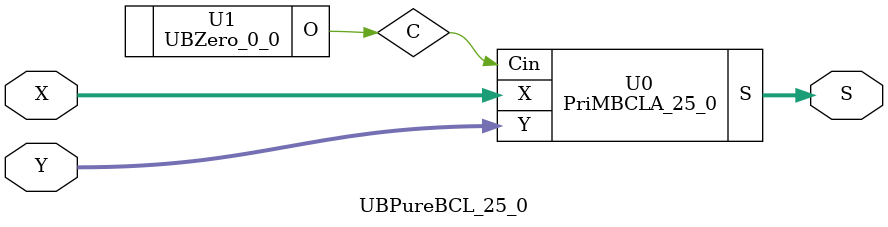
<source format=v>
/*----------------------------------------------------------------------------
  Copyright (c) 2021 Homma laboratory. All rights reserved.

  Top module: UBBCL_25_0_25_0

  Operand-1 length: 26
  Operand-2 length: 26
  Two-operand addition algorithm: Block carry look-ahead adder
----------------------------------------------------------------------------*/

module GPGenerator(Go, Po, A, B);
  output Go;
  output Po;
  input A;
  input B;
  assign Go = A & B;
  assign Po = A ^ B;
endmodule

module BCLAU_4(Go, Po, G, P, Cin);
  output Go;
  output Po;
  input Cin;
  input [3:0] G;
  input [3:0] P;
  assign Po = P[0] & P[1] & P[2] & P[3];
  assign Go = G[3] | ( P[3] & G[2] ) | ( P[3] & P[2] & G[1] ) | ( P[3] & P[2] & P[1] & G[0] );
endmodule

module BCLAlU_4(Go, Po, S, X, Y, Cin);
  output Go;
  output Po;
  output [3:0] S;
  input Cin;
  input [3:0] X;
  input [3:0] Y;
  wire [3:1] C;
  wire [3:0] G;
  wire [3:0] P;
  assign C[1] = G[0] | ( P[0] & Cin );
  assign C[2] = G[1] | ( P[1] & C[1] );
  assign C[3] = G[2] | ( P[2] & C[2] );
  assign S[0] = P[0] ^ Cin;
  assign S[1] = P[1] ^ C[1];
  assign S[2] = P[2] ^ C[2];
  assign S[3] = P[3] ^ C[3];
  GPGenerator U0 (G[0], P[0], X[0], Y[0]);
  GPGenerator U1 (G[1], P[1], X[1], Y[1]);
  GPGenerator U2 (G[2], P[2], X[2], Y[2]);
  GPGenerator U3 (G[3], P[3], X[3], Y[3]);
  BCLAU_4 U4 (Go, Po, G, P, Cin);
endmodule

module BCLAU_2(Go, Po, G, P, Cin);
  output Go;
  output Po;
  input Cin;
  input [1:0] G;
  input [1:0] P;
  assign Po = P[0] & P[1];
  assign Go = G[1] | ( P[1] & G[0] );
endmodule

module BCLAlU_2(Go, Po, S, X, Y, Cin);
  output Go;
  output Po;
  output [1:0] S;
  input Cin;
  input [1:0] X;
  input [1:0] Y;
  wire [1:1] C;
  wire [1:0] G;
  wire [1:0] P;
  assign C[1] = G[0] | ( P[0] & Cin );
  assign S[0] = P[0] ^ Cin;
  assign S[1] = P[1] ^ C[1];
  GPGenerator U0 (G[0], P[0], X[0], Y[0]);
  GPGenerator U1 (G[1], P[1], X[1], Y[1]);
  BCLAU_2 U2 (Go, Po, G, P, Cin);
endmodule

module BCLAU_3(Go, Po, G, P, Cin);
  output Go;
  output Po;
  input Cin;
  input [2:0] G;
  input [2:0] P;
  assign Po = P[0] & P[1] & P[2];
  assign Go = G[2] | ( P[2] & G[1] ) | ( P[2] & P[1] & G[0] );
endmodule

module PriMBCLA_25_0(S, X, Y, Cin);
  output [26:0] S;
  input Cin;
  input [25:0] X;
  input [25:0] Y;
  wire [6:0] C1;
  wire [1:0] C2;
  wire [6:0] G1;
  wire [1:0] G2;
  wire [6:0] P1;
  wire [1:0] P2;
  assign C1[0] = C2[0];
  assign C1[1] = G1[0] | ( P1[0] & C1[0] );
  assign C1[2] = G1[1] | ( P1[1] & C1[1] );
  assign C1[3] = G1[2] | ( P1[2] & C1[2] );
  assign C1[4] = C2[1];
  assign C1[5] = G1[4] | ( P1[4] & C1[4] );
  assign C1[6] = G1[5] | ( P1[5] & C1[5] );
  assign C2[0] = Cin;
  assign C2[1] = G2[0] | ( P2[0] & C2[0] );
  assign S[26] = G2[1] | ( P2[1] & C2[1] );
  BCLAlU_4 U0 (G1[0], P1[0], S[3:0], X[3:0], Y[3:0], C1[0]);
  BCLAlU_4 U1 (G1[1], P1[1], S[7:4], X[7:4], Y[7:4], C1[1]);
  BCLAlU_4 U2 (G1[2], P1[2], S[11:8], X[11:8], Y[11:8], C1[2]);
  BCLAlU_4 U3 (G1[3], P1[3], S[15:12], X[15:12], Y[15:12], C1[3]);
  BCLAlU_4 U4 (G1[4], P1[4], S[19:16], X[19:16], Y[19:16], C1[4]);
  BCLAlU_4 U5 (G1[5], P1[5], S[23:20], X[23:20], Y[23:20], C1[5]);
  BCLAlU_2 U6 (G1[6], P1[6], S[25:24], X[25:24], Y[25:24], C1[6]);
  BCLAU_4 U7 (G2[0], P2[0], G1[3:0], P1[3:0], C2[0]);
  BCLAU_3 U8 (G2[1], P2[1], G1[6:4], P1[6:4], C2[1]);
endmodule

module UBZero_0_0(O);
  output [0:0] O;
  assign O[0] = 0;
endmodule

module UBBCL_25_0_25_0 (S, X, Y);
  output [26:0] S;
  input [25:0] X;
  input [25:0] Y;
  UBPureBCL_25_0 U0 (S[26:0], X[25:0], Y[25:0]);
endmodule

module UBPureBCL_25_0 (S, X, Y);
  output [26:0] S;
  input [25:0] X;
  input [25:0] Y;
  wire C;
  PriMBCLA_25_0 U0 (S, X, Y, C);
  UBZero_0_0 U1 (C);
endmodule


</source>
